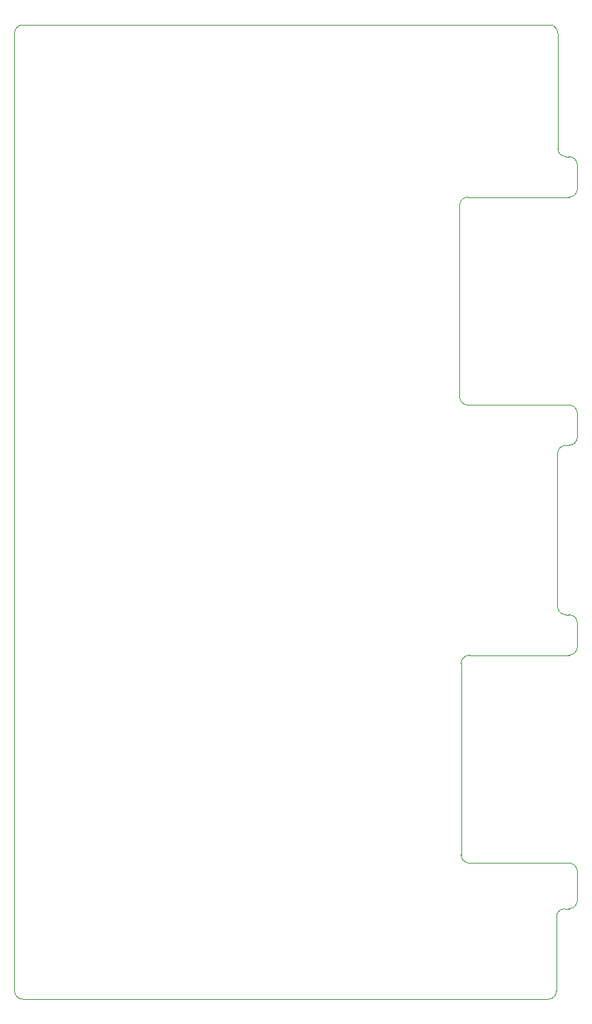
<source format=gm1>
G04 #@! TF.GenerationSoftware,KiCad,Pcbnew,7.0.9*
G04 #@! TF.CreationDate,2023-12-28T16:55:23-08:00*
G04 #@! TF.ProjectId,breadboard audio breakout,62726561-6462-46f6-9172-642061756469,rev?*
G04 #@! TF.SameCoordinates,Original*
G04 #@! TF.FileFunction,Profile,NP*
%FSLAX46Y46*%
G04 Gerber Fmt 4.6, Leading zero omitted, Abs format (unit mm)*
G04 Created by KiCad (PCBNEW 7.0.9) date 2023-12-28 16:55:23*
%MOMM*%
%LPD*%
G01*
G04 APERTURE LIST*
G04 #@! TA.AperFunction,Profile*
%ADD10C,0.100000*%
G04 #@! TD*
G04 APERTURE END LIST*
D10*
X121310400Y-67564000D02*
X133375400Y-67564000D01*
X133375400Y-146964400D02*
X121488200Y-146964400D01*
X133375400Y-122174000D02*
G75*
G03*
X134366000Y-121183400I0J990600D01*
G01*
X133375400Y-152400000D02*
G75*
G03*
X134366000Y-151409400I0J990600D01*
G01*
X133375400Y-92354400D02*
X121310400Y-92354400D01*
X67233800Y-48020660D02*
X67233800Y-48107600D01*
X132867400Y-152400000D02*
X133375400Y-152400000D01*
X133375400Y-62738000D02*
X133019800Y-62738000D01*
X121488200Y-122174000D02*
G75*
G03*
X120497600Y-123164600I0J-990600D01*
G01*
X68224400Y-163195000D02*
X130886200Y-163195000D01*
X132994400Y-97155000D02*
G75*
G03*
X132003800Y-98145600I0J-990600D01*
G01*
X133375400Y-67564000D02*
G75*
G03*
X134366000Y-66573400I0J990600D01*
G01*
X134366000Y-93345000D02*
G75*
G03*
X133375400Y-92354400I-990600J0D01*
G01*
X131876800Y-162204400D02*
X131876800Y-153390600D01*
X133375400Y-97155000D02*
G75*
G03*
X134366000Y-96164400I0J990600D01*
G01*
X120497600Y-145973800D02*
X120497600Y-123164600D01*
X120319800Y-91363800D02*
X120319800Y-68554600D01*
X134366000Y-151409400D02*
X134366000Y-147955000D01*
X132029200Y-61747400D02*
X132029200Y-48107600D01*
X132994400Y-97155000D02*
X133375400Y-97155000D01*
X133375400Y-117348000D02*
X132994400Y-117348000D01*
X134366000Y-96164400D02*
X134366000Y-93345000D01*
X132867400Y-152400000D02*
G75*
G03*
X131876800Y-153390600I0J-990600D01*
G01*
X134366000Y-66573400D02*
X134366000Y-63728600D01*
X67233800Y-162204400D02*
G75*
G03*
X68224400Y-163195000I990600J0D01*
G01*
X67233800Y-48107600D02*
X67233800Y-162204400D01*
X132029240Y-48020660D02*
G75*
G03*
X131038600Y-47030060I-990640J-40D01*
G01*
X120319800Y-91363800D02*
G75*
G03*
X121310400Y-92354400I990600J0D01*
G01*
X121488200Y-122174000D02*
X133375400Y-122174000D01*
X132003800Y-116357400D02*
X132003800Y-98145600D01*
X68224400Y-47030100D02*
G75*
G03*
X67233800Y-48020660I0J-990600D01*
G01*
X120497600Y-145973800D02*
G75*
G03*
X121488200Y-146964400I990600J0D01*
G01*
X134366000Y-63728600D02*
G75*
G03*
X133375400Y-62738000I-990600J0D01*
G01*
X132029200Y-48020660D02*
X132029200Y-48107600D01*
X131038600Y-47030060D02*
X68224400Y-47030060D01*
X121310400Y-67564000D02*
G75*
G03*
X120319800Y-68554600I0J-990600D01*
G01*
X132003800Y-116357400D02*
G75*
G03*
X132994400Y-117348000I990600J0D01*
G01*
X134366000Y-118338600D02*
G75*
G03*
X133375400Y-117348000I-990600J0D01*
G01*
X134366000Y-147955000D02*
G75*
G03*
X133375400Y-146964400I-990600J0D01*
G01*
X132029200Y-61747400D02*
G75*
G03*
X133019800Y-62738000I990600J0D01*
G01*
X134366000Y-121183400D02*
X134366000Y-118338600D01*
X130886200Y-163195000D02*
G75*
G03*
X131876800Y-162204400I0J990600D01*
G01*
M02*

</source>
